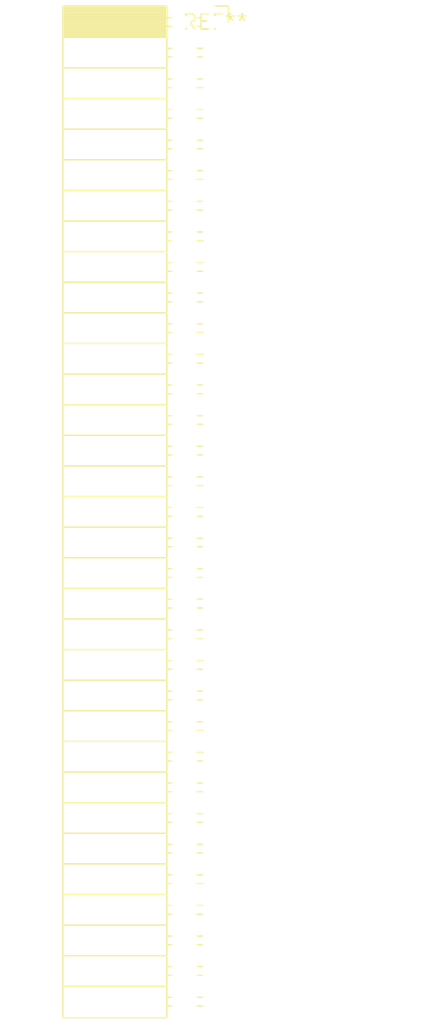
<source format=kicad_pcb>
(kicad_pcb (version 20240108) (generator pcbnew)
  (layers (0 "F.Cu" signal) (31 "B.Cu" signal) (34 "B.Paste" user) (35 "F.Paste" user) (36 "B.SilkS" user "B.Silkscreen") (37 "F.SilkS" user "F.Silkscreen") (38 "B.Mask" user) (39 "F.Mask" user) (44 "Edge.Cuts" user))
  (net 0 "")
  (footprint "PinSocket_2x33_P2.54mm_Horizontal" (layer "F.Cu") (at 0 0)
    (property "Reference" "REF**")
    (property "Value" "PinSocket_2x33_P2.54mm_Horizontal")
    (fp_line (start -12.63 -1.33) (end -12.63 82.61) (layer "F.SilkS") (stroke (width 0.12)))
    (fp_line (start -12.63 -1.33) (end -4 -1.33) (layer "F.SilkS") (stroke (width 0.12)))
    (fp_line (start -12.63 -1.21) (end -4 -1.21) (layer "F.SilkS") (stroke (width 0.12)))
    (fp_line (start -12.63 -1.091905) (end -4 -1.091905) (layer "F.SilkS") (stroke (width 0.12)))
    (fp_line (start -12.63 -0.97381) (end -4 -0.97381) (layer "F.SilkS") (stroke (width 0.12)))
    (fp_line (start -12.63 -0.855715) (end -4 -0.855715) (layer "F.SilkS") (stroke (width 0.12)))
    (fp_line (start -12.63 -0.73762) (end -4 -0.73762) (layer "F.SilkS") (stroke (width 0.12)))
    (fp_line (start -12.63 -0.619525) (end -4 -0.619525) (layer "F.SilkS") (stroke (width 0.12)))
    (fp_line (start -12.63 -0.50143) (end -4 -0.50143) (layer "F.SilkS") (stroke (width 0.12)))
    (fp_line (start -12.63 -0.383335) (end -4 -0.383335) (layer "F.SilkS") (stroke (width 0.12)))
    (fp_line (start -12.63 -0.26524) (end -4 -0.26524) (layer "F.SilkS") (stroke (width 0.12)))
    (fp_line (start -12.63 -0.147145) (end -4 -0.147145) (layer "F.SilkS") (stroke (width 0.12)))
    (fp_line (start -12.63 -0.02905) (end -4 -0.02905) (layer "F.SilkS") (stroke (width 0.12)))
    (fp_line (start -12.63 0.089045) (end -4 0.089045) (layer "F.SilkS") (stroke (width 0.12)))
    (fp_line (start -12.63 0.20714) (end -4 0.20714) (layer "F.SilkS") (stroke (width 0.12)))
    (fp_line (start -12.63 0.325235) (end -4 0.325235) (layer "F.SilkS") (stroke (width 0.12)))
    (fp_line (start -12.63 0.44333) (end -4 0.44333) (layer "F.SilkS") (stroke (width 0.12)))
    (fp_line (start -12.63 0.561425) (end -4 0.561425) (layer "F.SilkS") (stroke (width 0.12)))
    (fp_line (start -12.63 0.67952) (end -4 0.67952) (layer "F.SilkS") (stroke (width 0.12)))
    (fp_line (start -12.63 0.797615) (end -4 0.797615) (layer "F.SilkS") (stroke (width 0.12)))
    (fp_line (start -12.63 0.91571) (end -4 0.91571) (layer "F.SilkS") (stroke (width 0.12)))
    (fp_line (start -12.63 1.033805) (end -4 1.033805) (layer "F.SilkS") (stroke (width 0.12)))
    (fp_line (start -12.63 1.1519) (end -4 1.1519) (layer "F.SilkS") (stroke (width 0.12)))
    (fp_line (start -12.63 1.27) (end -4 1.27) (layer "F.SilkS") (stroke (width 0.12)))
    (fp_line (start -12.63 3.81) (end -4 3.81) (layer "F.SilkS") (stroke (width 0.12)))
    (fp_line (start -12.63 6.35) (end -4 6.35) (layer "F.SilkS") (stroke (width 0.12)))
    (fp_line (start -12.63 8.89) (end -4 8.89) (layer "F.SilkS") (stroke (width 0.12)))
    (fp_line (start -12.63 11.43) (end -4 11.43) (layer "F.SilkS") (stroke (width 0.12)))
    (fp_line (start -12.63 13.97) (end -4 13.97) (layer "F.SilkS") (stroke (width 0.12)))
    (fp_line (start -12.63 16.51) (end -4 16.51) (layer "F.SilkS") (stroke (width 0.12)))
    (fp_line (start -12.63 19.05) (end -4 19.05) (layer "F.SilkS") (stroke (width 0.12)))
    (fp_line (start -12.63 21.59) (end -4 21.59) (layer "F.SilkS") (stroke (width 0.12)))
    (fp_line (start -12.63 24.13) (end -4 24.13) (layer "F.SilkS") (stroke (width 0.12)))
    (fp_line (start -12.63 26.67) (end -4 26.67) (layer "F.SilkS") (stroke (width 0.12)))
    (fp_line (start -12.63 29.21) (end -4 29.21) (layer "F.SilkS") (stroke (width 0.12)))
    (fp_line (start -12.63 31.75) (end -4 31.75) (layer "F.SilkS") (stroke (width 0.12)))
    (fp_line (start -12.63 34.29) (end -4 34.29) (layer "F.SilkS") (stroke (width 0.12)))
    (fp_line (start -12.63 36.83) (end -4 36.83) (layer "F.SilkS") (stroke (width 0.12)))
    (fp_line (start -12.63 39.37) (end -4 39.37) (layer "F.SilkS") (stroke (width 0.12)))
    (fp_line (start -12.63 41.91) (end -4 41.91) (layer "F.SilkS") (stroke (width 0.12)))
    (fp_line (start -12.63 44.45) (end -4 44.45) (layer "F.SilkS") (stroke (width 0.12)))
    (fp_line (start -12.63 46.99) (end -4 46.99) (layer "F.SilkS") (stroke (width 0.12)))
    (fp_line (start -12.63 49.53) (end -4 49.53) (layer "F.SilkS") (stroke (width 0.12)))
    (fp_line (start -12.63 52.07) (end -4 52.07) (layer "F.SilkS") (stroke (width 0.12)))
    (fp_line (start -12.63 54.61) (end -4 54.61) (layer "F.SilkS") (stroke (width 0.12)))
    (fp_line (start -12.63 57.15) (end -4 57.15) (layer "F.SilkS") (stroke (width 0.12)))
    (fp_line (start -12.63 59.69) (end -4 59.69) (layer "F.SilkS") (stroke (width 0.12)))
    (fp_line (start -12.63 62.23) (end -4 62.23) (layer "F.SilkS") (stroke (width 0.12)))
    (fp_line (start -12.63 64.77) (end -4 64.77) (layer "F.SilkS") (stroke (width 0.12)))
    (fp_line (start -12.63 67.31) (end -4 67.31) (layer "F.SilkS") (stroke (width 0.12)))
    (fp_line (start -12.63 69.85) (end -4 69.85) (layer "F.SilkS") (stroke (width 0.12)))
    (fp_line (start -12.63 72.39) (end -4 72.39) (layer "F.SilkS") (stroke (width 0.12)))
    (fp_line (start -12.63 74.93) (end -4 74.93) (layer "F.SilkS") (stroke (width 0.12)))
    (fp_line (start -12.63 77.47) (end -4 77.47) (layer "F.SilkS") (stroke (width 0.12)))
    (fp_line (start -12.63 80.01) (end -4 80.01) (layer "F.SilkS") (stroke (width 0.12)))
    (fp_line (start -12.63 82.61) (end -4 82.61) (layer "F.SilkS") (stroke (width 0.12)))
    (fp_line (start -4 -1.33) (end -4 82.61) (layer "F.SilkS") (stroke (width 0.12)))
    (fp_line (start -4 -0.36) (end -3.59 -0.36) (layer "F.SilkS") (stroke (width 0.12)))
    (fp_line (start -4 0.36) (end -3.59 0.36) (layer "F.SilkS") (stroke (width 0.12)))
    (fp_line (start -4 2.18) (end -3.59 2.18) (layer "F.SilkS") (stroke (width 0.12)))
    (fp_line (start -4 2.9) (end -3.59 2.9) (layer "F.SilkS") (stroke (width 0.12)))
    (fp_line (start -4 4.72) (end -3.59 4.72) (layer "F.SilkS") (stroke (width 0.12)))
    (fp_line (start -4 5.44) (end -3.59 5.44) (layer "F.SilkS") (stroke (width 0.12)))
    (fp_line (start -4 7.26) (end -3.59 7.26) (layer "F.SilkS") (stroke (width 0.12)))
    (fp_line (start -4 7.98) (end -3.59 7.98) (layer "F.SilkS") (stroke (width 0.12)))
    (fp_line (start -4 9.8) (end -3.59 9.8) (layer "F.SilkS") (stroke (width 0.12)))
    (fp_line (start -4 10.52) (end -3.59 10.52) (layer "F.SilkS") (stroke (width 0.12)))
    (fp_line (start -4 12.34) (end -3.59 12.34) (layer "F.SilkS") (stroke (width 0.12)))
    (fp_line (start -4 13.06) (end -3.59 13.06) (layer "F.SilkS") (stroke (width 0.12)))
    (fp_line (start -4 14.88) (end -3.59 14.88) (layer "F.SilkS") (stroke (width 0.12)))
    (fp_line (start -4 15.6) (end -3.59 15.6) (layer "F.SilkS") (stroke (width 0.12)))
    (fp_line (start -4 17.42) (end -3.59 17.42) (layer "F.SilkS") (stroke (width 0.12)))
    (fp_line (start -4 18.14) (end -3.59 18.14) (layer "F.SilkS") (stroke (width 0.12)))
    (fp_line (start -4 19.96) (end -3.59 19.96) (layer "F.SilkS") (stroke (width 0.12)))
    (fp_line (start -4 20.68) (end -3.59 20.68) (layer "F.SilkS") (stroke (width 0.12)))
    (fp_line (start -4 22.5) (end -3.59 22.5) (layer "F.SilkS") (stroke (width 0.12)))
    (fp_line (start -4 23.22) (end -3.59 23.22) (layer "F.SilkS") (stroke (width 0.12)))
    (fp_line (start -4 25.04) (end -3.59 25.04) (layer "F.SilkS") (stroke (width 0.12)))
    (fp_line (start -4 25.76) (end -3.59 25.76) (layer "F.SilkS") (stroke (width 0.12)))
    (fp_line (start -4 27.58) (end -3.59 27.58) (layer "F.SilkS") (stroke (width 0.12)))
    (fp_line (start -4 28.3) (end -3.59 28.3) (layer "F.SilkS") (stroke (width 0.12)))
    (fp_line (start -4 30.12) (end -3.59 30.12) (layer "F.SilkS") (stroke (width 0.12)))
    (fp_line (start -4 30.84) (end -3.59 30.84) (layer "F.SilkS") (stroke (width 0.12)))
    (fp_line (start -4 32.66) (end -3.59 32.66) (layer "F.SilkS") (stroke (width 0.12)))
    (fp_line (start -4 33.38) (end -3.59 33.38) (layer "F.SilkS") (stroke (width 0.12)))
    (fp_line (start -4 35.2) (end -3.59 35.2) (layer "F.SilkS") (stroke (width 0.12)))
    (fp_line (start -4 35.92) (end -3.59 35.92) (layer "F.SilkS") (stroke (width 0.12)))
    (fp_line (start -4 37.74) (end -3.59 37.74) (layer "F.SilkS") (stroke (width 0.12)))
    (fp_line (start -4 38.46) (end -3.59 38.46) (layer "F.SilkS") (stroke (width 0.12)))
    (fp_line (start -4 40.28) (end -3.59 40.28) (layer "F.SilkS") (stroke (width 0.12)))
    (fp_line (start -4 41) (end -3.59 41) (layer "F.SilkS") (stroke (width 0.12)))
    (fp_line (start -4 42.82) (end -3.59 42.82) (layer "F.SilkS") (stroke (width 0.12)))
    (fp_line (start -4 43.54) (end -3.59 43.54) (layer "F.SilkS") (stroke (width 0.12)))
    (fp_line (start -4 45.36) (end -3.59 45.36) (layer "F.SilkS") (stroke (width 0.12)))
    (fp_line (start -4 46.08) (end -3.59 46.08) (layer "F.SilkS") (stroke (width 0.12)))
    (fp_line (start -4 47.9) (end -3.59 47.9) (layer "F.SilkS") (stroke (width 0.12)))
    (fp_line (start -4 48.62) (end -3.59 48.62) (layer "F.SilkS") (stroke (width 0.12)))
    (fp_line (start -4 50.44) (end -3.59 50.44) (layer "F.SilkS") (stroke (width 0.12)))
    (fp_line (start -4 51.16) (end -3.59 51.16) (layer "F.SilkS") (stroke (width 0.12)))
    (fp_line (start -4 52.98) (end -3.59 52.98) (layer "F.SilkS") (stroke (width 0.12)))
    (fp_line (start -4 53.7) (end -3.59 53.7) (layer "F.SilkS") (stroke (width 0.12)))
    (fp_line (start -4 55.52) (end -3.59 55.52) (layer "F.SilkS") (stroke (width 0.12)))
    (fp_line (start -4 56.24) (end -3.59 56.24) (layer "F.SilkS") (stroke (width 0.12)))
    (fp_line (start -4 58.06) (end -3.59 58.06) (layer "F.SilkS") (stroke (width 0.12)))
    (fp_line (start -4 58.78) (end -3.59 58.78) (layer "F.SilkS") (stroke (width 0.12)))
    (fp_line (start -4 60.6) (end -3.59 60.6) (layer "F.SilkS") (stroke (width 0.12)))
    (fp_line (start -4 61.32) (end -3.59 61.32) (layer "F.SilkS") (stroke (width 0.12)))
    (fp_line (start -4 63.14) (end -3.59 63.14) (layer "F.SilkS") (stroke (width 0.12)))
    (fp_line (start -4 63.86) (end -3.59 63.86) (layer "F.SilkS") (stroke (width 0.12)))
    (fp_line (start -4 65.68) (end -3.59 65.68) (layer "F.SilkS") (stroke (width 0.12)))
    (fp_line (start -4 66.4) (end -3.59 66.4) (layer "F.SilkS") (stroke (width 0.12)))
    (fp_line (start -4 68.22) (end -3.59 68.22) (layer "F.SilkS") (stroke (width 0.12)))
    (fp_line (start -4 68.94) (end -3.59 68.94) (layer "F.SilkS") (stroke (width 0.12)))
    (fp_line (start -4 70.76) (end -3.59 70.76) (layer "F.SilkS") (stroke (width 0.12)))
    (fp_line (start -4 71.48) (end -3.59 71.48) (layer "F.SilkS") (stroke (width 0.12)))
    (fp_line (start -4 73.3) (end -3.59 73.3) (layer "F.SilkS") (stroke (width 0.12)))
    (fp_line (start -4 74.02) (end -3.59 74.02) (layer "F.SilkS") (stroke (width 0.12)))
    (fp_line (start -4 75.84) (end -3.59 75.84) (layer "F.SilkS") (stroke (width 0.12)))
    (fp_line (start -4 76.56) (end -3.59 76.56) (layer "F.SilkS") (stroke (width 0.12)))
    (fp_line (start -4 78.38) (end -3.59 78.38) (layer "F.SilkS") (stroke (width 0.12)))
    (fp_line (start -4 79.1) (end -3.59 79.1) (layer "F.SilkS") (stroke (width 0.12)))
    (fp_line (start -4 80.92) (end -3.59 80.92) (layer "F.SilkS") (stroke (width 0.12)))
    (fp_line (start -4 81.64) (end -3.59 81.64) (layer "F.SilkS") (stroke (width 0.12)))
    (fp_line (start -1.49 -0.36) (end -1.11 -0.36) (layer "F.SilkS") (stroke (width 0.12)))
    (fp_line (start -1.49 0.36) (end -1.11 0.36) (layer "F.SilkS") (stroke (width 0.12)))
    (fp_line (start -1.49 2.18) (end -1.05 2.18) (layer "F.SilkS") (stroke (width 0.12)))
    (fp_line (start -1.49 2.9) (end -1.05 2.9) (layer "F.SilkS") (stroke (width 0.12)))
    (fp_line (start -1.49 4.72) (end -1.05 4.72) (layer "F.SilkS") (stroke (width 0.12)))
    (fp_line (start -1.49 5.44) (end -1.05 5.44) (layer "F.SilkS") (stroke (width 0.12)))
    (fp_line (start -1.49 7.26) (end -1.05 7.26) (layer "F.SilkS") (stroke (width 0.12)))
    (fp_line (start -1.49 7.98) (end -1.05 7.98) (layer "F.SilkS") (stroke (width 0.12)))
    (fp_line (start -1.49 9.8) (end -1.05 9.8) (layer "F.SilkS") (stroke (width 0.12)))
    (fp_line (start -1.49 10.52) (end -1.05 10.52) (layer "F.SilkS") (stroke (width 0.12)))
    (fp_line (start -1.49 12.34) (end -1.05 12.34) (layer "F.SilkS") (stroke (width 0.12)))
    (fp_line (start -1.49 13.06) (end -1.05 13.06) (layer "F.SilkS") (stroke (width 0.12)))
    (fp_line (start -1.49 14.88) (end -1.05 14.88) (layer "F.SilkS") (stroke (width 0.12)))
    (fp_line (start -1.49 15.6) (end -1.05 15.6) (layer "F.SilkS") (stroke (width 0.12)))
    (fp_line (start -1.49 17.42) (end -1.05 17.42) (layer "F.SilkS") (stroke (width 0.12)))
    (fp_line (start -1.49 18.14) (end -1.05 18.14) (layer "F.SilkS") (stroke (width 0.12)))
    (fp_line (start -1.49 19.96) (end -1.05 19.96) (layer "F.SilkS") (stroke (width 0.12)))
    (fp_line (start -1.49 20.68) (end -1.05 20.68) (layer "F.SilkS") (stroke (width 0.12)))
    (fp_line (start -1.49 22.5) (end -1.05 22.5) (layer "F.SilkS") (stroke (width 0.12)))
    (fp_line (start -1.49 23.22) (end -1.05 23.22) (layer "F.SilkS") (stroke (width 0.12)))
    (fp_line (start -1.49 25.04) (end -1.05 25.04) (layer "F.SilkS") (stroke (width 0.12)))
    (fp_line (start -1.49 25.76) (end -1.05 25.76) (layer "F.SilkS") (stroke (width 0.12)))
    (fp_line (start -1.49 27.58) (end -1.05 27.58) (layer "F.SilkS") (stroke (width 0.12)))
    (fp_line (start -1.49 28.3) (end -1.05 28.3) (layer "F.SilkS") (stroke (width 0.12)))
    (fp_line (start -1.49 30.12) (end -1.05 30.12) (layer "F.SilkS") (stroke (width 0.12)))
    (fp_line (start -1.49 30.84) (end -1.05 30.84) (layer "F.SilkS") (stroke (width 0.12)))
    (fp_line (start -1.49 32.66) (end -1.05 32.66) (layer "F.SilkS") (stroke (width 0.12)))
    (fp_line (start -1.49 33.38) (end -1.05 33.38) (layer "F.SilkS") (stroke (width 0.12)))
    (fp_line (start -1.49 35.2) (end -1.05 35.2) (layer "F.SilkS") (stroke (width 0.12)))
    (fp_line (start -1.49 35.92) (end -1.05 35.92) (layer "F.SilkS") (stroke (width 0.12)))
    (fp_line (start -1.49 37.74) (end -1.05 37.74) (layer "F.SilkS") (stroke (width 0.12)))
    (fp_line (start -1.49 38.46) (end -1.05 38.46) (layer "F.SilkS") (stroke (width 0.12)))
    (fp_line (start -1.49 40.28) (end -1.05 40.28) (layer "F.SilkS") (stroke (width 0.12)))
    (fp_line (start -1.49 41) (end -1.05 41) (layer "F.SilkS") (stroke (width 0.12)))
    (fp_line (start -1.49 42.82) (end -1.05 42.82) (layer "F.SilkS") (stroke (width 0.12)))
    (fp_line (start -1.49 43.54) (end -1.05 43.54) (layer "F.SilkS") (stroke (width 0.12)))
    (fp_line (start -1.49 45.36) (end -1.05 45.36) (layer "F.SilkS") (stroke (width 0.12)))
    (fp_line (start -1.49 46.08) (end -1.05 46.08) (layer "F.SilkS") (stroke (width 0.12)))
    (fp_line (start -1.49 47.9) (end -1.05 47.9) (layer "F.SilkS") (stroke (width 0.12)))
    (fp_line (start -1.49 48.62) (end -1.05 48.62) (layer "F.SilkS") (stroke (width 0.12)))
    (fp_line (start -1.49 50.44) (end -1.05 50.44) (layer "F.SilkS") (stroke (width 0.12)))
    (fp_line (start -1.49 51.16) (end -1.05 51.16) (layer "F.SilkS") (stroke (width 0.12)))
    (fp_line (start -1.49 52.98) (end -1.05 52.98) (layer "F.SilkS") (stroke (width 0.12)))
    (fp_line (start -1.49 53.7) (end -1.05 53.7) (layer "F.SilkS") (stroke (width 0.12)))
    (fp_line (start -1.49 55.52) (end -1.05 55.52) (layer "F.SilkS") (stroke (width 0.12)))
    (fp_line (start -1.49 56.24) (end -1.05 56.24) (layer "F.SilkS") (stroke (width 0.12)))
    (fp_line (start -1.49 58.06) (end -1.05 58.06) (layer "F.SilkS") (stroke (width 0.12)))
    (fp_line (start -1.49 58.78) (end -1.05 58.78) (layer "F.SilkS") (stroke (width 0.12)))
    (fp_line (start -1.49 60.6) (end -1.05 60.6) (layer "F.SilkS") (stroke (width 0.12)))
    (fp_line (start -1.49 61.32) (end -1.05 61.32) (layer "F.SilkS") (stroke (width 0.12)))
    (fp_line (start -1.49 63.14) (end -1.05 63.14) (layer "F.SilkS") (stroke (width 0.12)))
    (fp_line (start -1.49 63.86) (end -1.05 63.86) (layer "F.SilkS") (stroke (width 0.12)))
    (fp_line (start -1.49 65.68) (end -1.05 65.68) (layer "F.SilkS") (stroke (width 0.12)))
    (fp_line (start -1.49 66.4) (end -1.05 66.4) (layer "F.SilkS") (stroke (width 0.12)))
    (fp_line (start -1.49 68.22) (end -1.05 68.22) (layer "F.SilkS") (stroke (width 0.12)))
    (fp_line (start -1.49 68.94) (end -1.05 68.94) (layer "F.SilkS") (stroke (width 0.12)))
    (fp_line (start -1.49 70.76) (end -1.05 70.76) (layer "F.SilkS") (stroke (width 0.12)))
    (fp_line (start -1.49 71.48) (end -1.05 71.48) (layer "F.SilkS") (stroke (width 0.12)))
    (fp_line (start -1.49 73.3) (end -1.05 73.3) (layer "F.SilkS") (stroke (width 0.12)))
    (fp_line (start -1.49 74.02) (end -1.05 74.02) (layer "F.SilkS") (stroke (width 0.12)))
    (fp_line (start -1.49 75.84) (end -1.05 75.84) (layer "F.SilkS") (stroke (width 0.12)))
    (fp_line (start -1.49 76.56) (end -1.05 76.56) (layer "F.SilkS") (stroke (width 0.12)))
    (fp_line (start -1.49 78.38) (end -1.05 78.38) (layer "F.SilkS") (stroke (width 0.12)))
    (fp_line (start -1.49 79.1) (end -1.05 79.1) (layer "F.SilkS") (stroke (width 0.12)))
    (fp_line (start -1.49 80.92) (end -1.05 80.92) (layer "F.SilkS") (stroke (width 0.12)))
    (fp_line (start -1.49 81.64) (end -1.05 81.64) (layer "F.SilkS") (stroke (width 0.12)))
    (fp_line (start 0 -1.33) (end 1.11 -1.33) (layer "F.SilkS") (stroke (width 0.12)))
    (fp_line (start 1.11 -1.33) (end 1.11 0) (layer "F.SilkS") (stroke (width 0.12)))
    (pad "1" thru_hole rect (at 0 0) (size 1.7 1.7) (drill 1) (layers *.Cu *.Mask) (remove_unused_layers))
    (pad "2" thru_hole oval (at -2.54 0) (size 1.7 1.7) (drill 1) (layers *.Cu *.Mask) (remove_unused_layers))
    (pad "3" thru_hole oval (at 0 2.54) (size 1.7 1.7) (drill 1) (layers *.Cu *.Mask) (remove_unused_layers))
    (pad "4" thru_hole oval (at -2.54 2.54) (size 1.7 1.7) (drill 1) (layers *.Cu *.Mask) (remove_unused_layers))
    (pad "5" thru_hole oval (at 0 5.08) (size 1.7 1.7) (drill 1) (layers *.Cu *.Mask) (remove_unused_layers))
    (pad "6" thru_hole oval (at -2.54 5.08) (size 1.7 1.7) (drill 1) (layers *.Cu *.Mask) (remove_unused_layers))
    (pad "7" thru_hole oval (at 0 7.62) (size 1.7 1.7) (drill 1) (layers *.Cu *.Mask) (remove_unused_layers))
    (pad "8" thru_hole oval (at -2.54 7.62) (size 1.7 1.7) (drill 1) (layers *.Cu *.Mask) (remove_unused_layers))
    (pad "9" thru_hole oval (at 0 10.16) (size 1.7 1.7) (drill 1) (layers *.Cu *.Mask) (remove_unused_layers))
    (pad "10" thru_hole oval (at -2.54 10.16) (size 1.7 1.7) (drill 1) (layers *.Cu *.Mask) (remove_unused_layers))
    (pad "11" thru_hole oval (at 0 12.7) (size 1.7 1.7) (drill 1) (layers *.Cu *.Mask) (remove_unused_layers))
    (pad "12" thru_hole oval (at -2.54 12.7) (size 1.7 1.7) (drill 1) (layers *.Cu *.Mask) (remove_unused_layers))
    (pad "13" thru_hole oval (at 0 15.24) (size 1.7 1.7) (drill 1) (layers *.Cu *.Mask) (remove_unused_layers))
    (pad "14" thru_hole oval (at -2.54 15.24) (size 1.7 1.7) (drill 1) (layers *.Cu *.Mask) (remove_unused_layers))
    (pad "15" thru_hole oval (at 0 17.78) (size 1.7 1.7) (drill 1) (layers *.Cu *.Mask) (remove_unused_layers))
    (pad "16" thru_hole oval (at -2.54 17.78) (size 1.7 1.7) (drill 1) (layers *.Cu *.Mask) (remove_unused_layers))
    (pad "17" thru_hole oval (at 0 20.32) (size 1.7 1.7) (drill 1) (layers *.Cu *.Mask) (remove_unused_layers))
    (pad "18" thru_hole oval (at -2.54 20.32) (size 1.7 1.7) (drill 1) (layers *.Cu *.Mask) (remove_unused_layers))
    (pad "19" thru_hole oval (at 0 22.86) (size 1.7 1.7) (drill 1) (layers *.Cu *.Mask) (remove_unused_layers))
    (pad "20" thru_hole oval (at -2.54 22.86) (size 1.7 1.7) (drill 1) (layers *.Cu *.Mask) (remove_unused_layers))
    (pad "21" thru_hole oval (at 0 25.4) (size 1.7 1.7) (drill 1) (layers *.Cu *.Mask) (remove_unused_layers))
    (pad "22" thru_hole oval (at -2.54 25.4) (size 1.7 1.7) (drill 1) (layers *.Cu *.Mask) (remove_unused_layers))
    (pad "23" thru_hole oval (at 0 27.94) (size 1.7 1.7) (drill 1) (layers *.Cu *.Mask) (remove_unused_layers))
    (pad "24" thru_hole oval (at -2.54 27.94) (size 1.7 1.7) (drill 1) (layers *.Cu *.Mask) (remove_unused_layers))
    (pad "25" thru_hole oval (at 0 30.48) (size 1.7 1.7) (drill 1) (layers *.Cu *.Mask) (remove_unused_layers))
    (pad "26" thru_hole oval (at -2.54 30.48) (size 1.7 1.7) (drill 1) (layers *.Cu *.Mask) (remove_unused_layers))
    (pad "27" thru_hole oval (at 0 33.02) (size 1.7 1.7) (drill 1) (layers *.Cu *.Mask) (remove_unused_layers))
    (pad "28" thru_hole oval (at -2.54 33.02) (size 1.7 1.7) (drill 1) (layers *.Cu *.Mask) (remove_unused_layers))
    (pad "29" thru_hole oval (at 0 35.56) (size 1.7 1.7) (drill 1) (layers *.Cu *.Mask) (remove_unused_layers))
    (pad "30" thru_hole oval (at -2.54 35.56) (size 1.7 1.7) (drill 1) (layers *.Cu *.Mask) (remove_unused_layers))
    (pad "31" thru_hole oval (at 0 38.1) (size 1.7 1.7) (drill 1) (layers *.Cu *.Mask) (remove_unused_layers))
    (pad "32" thru_hole oval (at -2.54 38.1) (size 1.7 1.7) (drill 1) (layers *.Cu *.Mask) (remove_unused_layers))
    (pad "33" thru_hole oval (at 0 40.64) (size 1.7 1.7) (drill 1) (layers *.Cu *.Mask) (remove_unused_layers))
    (pad "34" thru_hole oval (at -2.54 40.64) (size 1.7 1.7) (drill 1) (layers *.Cu *.Mask) (remove_unused_layers))
    (pad "35" thru_hole oval (at 0 43.18) (size 1.7 1.7) (drill 1) (layers *.Cu *.Mask) (remove_unused_layers))
    (pad "36" thru_hole oval (at -2.54 43.18) (size 1.7 1.7) (drill 1) (layers *.Cu *.Mask) (remove_unused_layers))
    (pad "37" thru_hole oval (at 0 45.72) (size 1.7 1.7) (drill 1) (layers *.Cu *.Mask) (remove_unused_layers))
    (pad "38" thru_hole oval (at -2.54 45.72) (size 1.7 1.7) (drill 1) (layers *.Cu *.Mask) (remove_unused_layers))
    (pad "39" thru_hole oval (at 0 48.26) (size 1.7 1.7) (drill 1) (layers *.Cu *.Mask) (remove_unused_layers))
    (pad "40" thru_hole oval (at -2.54 48.26) (size 1.7 1.7) (drill 1) (layers *.Cu *.Mask) (remove_unused_layers))
    (pad "41" thru_hole oval (at 0 50.8) (size 1.7 1.7) (drill 1) (layers *.Cu *.Mask) (remove_unused_layers))
    (pad "42" thru_hole oval (at -2.54 50.8) (size 1.7 1.7) (drill 1) (layers *.Cu *.Mask) (remove_unused_layers))
    (pad "43" thru_hole oval (at 0 53.34) (size 1.7 1.7) (drill 1) (layers *.Cu *.Mask) (remove_unused_layers))
    (pad "44" thru_hole oval (at -2.54 53.34) (size 1.7 1.7) (drill 1) (layers *.Cu *.Mask) (remove_unused_layers))
    (pad "45" thru_hole oval (at 0 55.88) (size 1.7 1.7) (drill 1) (layers *.Cu *.Mask) (remove_unused_layers))
    (pad "46" thru_hole oval (at -2.54 55.88) (size 1.7 1.7) (drill 1) (layers *.Cu *.Mask) (remove_unused_layers))
    (pad "47" thru_hole oval (at 0 58.42) (size 1.7 1.7) (drill 1) (layers *.Cu *.Mask) (remove_unused_layers))
    (pad "48" thru_hole oval (at -2.54 58.42) (size 1.7 1.7) (drill 1) (layers *.Cu *.Mask) (remove_unused_layers))
    (pad "49" thru_hole oval (at 0 60.96) (size 1.7 1.7) (drill 1) (layers *.Cu *.Mask) (remove_unused_layers))
    (pad "50" thru_hole oval (at -2.54 60.96) (size 1.7 1.7) (drill 1) (layers *.Cu *.Mask) (remove_unused_layers))
    (pad "51" thru_hole oval (at 0 63.5) (size 1.7 1.7) (drill 1) (layers *.Cu *.Mask) (remove_unused_layers))
    (pad "52" thru_hole oval (at -2.54 63.5) (size 1.7 1.7) (drill 1) (layers *.Cu *.Mask) (remove_unused_layers))
    (pad "53" thru_hole oval (at 0 66.04) (size 1.7 1.7) (drill 1) (layers *.Cu *.Mask) (remove_unused_layers))
    (pad "54" thru_hole oval (at -2.54 66.04) (size 1.7 1.7) (drill 1) (layers *.Cu *.Mask) (remove_unused_layers))
    (pad "55" thru_hole oval (at 0 68.58) (size 1.7 1.7) (drill 1) (layers *.Cu *.Mask) (remove_unused_layers))
    (pad "56" thru_hole oval (at -2.54 68.58) (size 1.7 1.7) (drill 1) (layers *.Cu *.Mask) (remove_unused_layers))
    (pad "57" thru_hole oval (at 0 71.12) (size 1.7 1.7) (drill 1) (layers *.Cu *.Mask) (remove_unused_layers))
    (pad "58" thru_hole oval (at -2.54 71.12) (size 1.7 1.7) (drill 1) (layers *.Cu *.Mask) (remove_unused_layers))
    (pad "59" thru_hole oval (at 0 73.66) (size 1.7 1.7) (drill 1) (layers *.Cu *.Mask) (remove_unused_layers))
    (pad "60" thru_hole oval (at -2.54 73.66) (size 1.7 1.7) (drill 1) (layers *.Cu *.Mask) (remove_unused_layers))
    (pad "61" thru_hole oval (at 0 76.2) (size 1.7 1.7) (drill 1) (layers *.Cu *.Mask) (remove_unused_layers))
    (pad "62" thru_hole oval (at -2.54 76.2) (size 1.7 1.7) (drill 1) (layers *.Cu *.Mask) (remove_unused_layers))
    (pad "63" thru_hole oval (at 0 78.74) (size 1.7 1.7) (drill 1) (layers *.Cu *.Mask) (remove_unused_layers))
    (pad "64" thru_hole oval (at -2.54 78.74) (size 1.7 1.7) (drill 1) (layers *.Cu *.Mask) (remove_unused_layers))
    (pad "65" thru_hole oval (at 0 81.28) (size 1.7 1.7) (drill 1) (layers *.Cu *.Mask) (remove_unused_layers))
    (pad "66" thru_hole oval (at -2.54 81.28) (size 1.7 1.7) (drill 1) (layers *.Cu *.Mask) (remove_unused_layers))
  )
)
</source>
